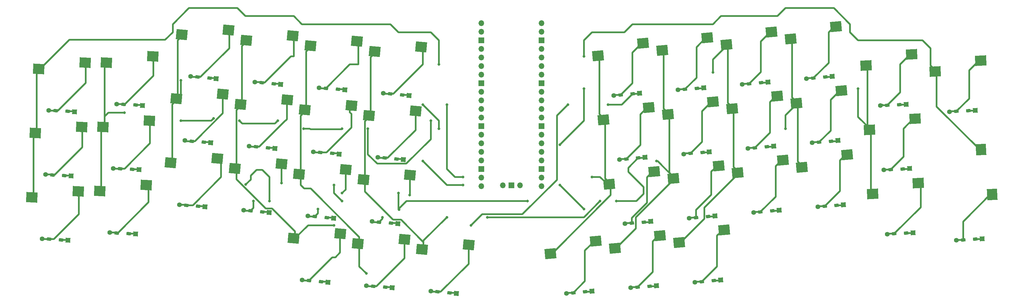
<source format=gbr>
G04 #@! TF.GenerationSoftware,KiCad,Pcbnew,8.0.3*
G04 #@! TF.CreationDate,2024-08-04T13:44:25+09:00*
G04 #@! TF.ProjectId,first_keyboard,66697273-745f-46b6-9579-626f6172642e,rev?*
G04 #@! TF.SameCoordinates,Original*
G04 #@! TF.FileFunction,Copper,L2,Bot*
G04 #@! TF.FilePolarity,Positive*
%FSLAX46Y46*%
G04 Gerber Fmt 4.6, Leading zero omitted, Abs format (unit mm)*
G04 Created by KiCad (PCBNEW 8.0.3) date 2024-08-04 13:44:25*
%MOMM*%
%LPD*%
G01*
G04 APERTURE LIST*
G04 Aperture macros list*
%AMRotRect*
0 Rectangle, with rotation*
0 The origin of the aperture is its center*
0 $1 length*
0 $2 width*
0 $3 Rotation angle, in degrees counterclockwise*
0 Add horizontal line*
21,1,$1,$2,0,0,$3*%
G04 Aperture macros list end*
G04 #@! TA.AperFunction,ComponentPad*
%ADD10RotRect,1.397000X1.397000X185.000000*%
G04 #@! TD*
G04 #@! TA.AperFunction,SMDPad,CuDef*
%ADD11RotRect,1.300000X0.950000X185.000000*%
G04 #@! TD*
G04 #@! TA.AperFunction,ComponentPad*
%ADD12C,1.397000*%
G04 #@! TD*
G04 #@! TA.AperFunction,ComponentPad*
%ADD13RotRect,1.397000X1.397000X183.000000*%
G04 #@! TD*
G04 #@! TA.AperFunction,SMDPad,CuDef*
%ADD14RotRect,1.300000X0.950000X183.000000*%
G04 #@! TD*
G04 #@! TA.AperFunction,ComponentPad*
%ADD15RotRect,1.397000X1.397000X177.000000*%
G04 #@! TD*
G04 #@! TA.AperFunction,SMDPad,CuDef*
%ADD16RotRect,1.300000X0.950000X177.000000*%
G04 #@! TD*
G04 #@! TA.AperFunction,ComponentPad*
%ADD17RotRect,1.397000X1.397000X175.000000*%
G04 #@! TD*
G04 #@! TA.AperFunction,SMDPad,CuDef*
%ADD18RotRect,1.300000X0.950000X175.000000*%
G04 #@! TD*
G04 #@! TA.AperFunction,SMDPad,CuDef*
%ADD19RotRect,3.300000X3.000000X175.000000*%
G04 #@! TD*
G04 #@! TA.AperFunction,SMDPad,CuDef*
%ADD20RotRect,3.300000X3.000000X185.000000*%
G04 #@! TD*
G04 #@! TA.AperFunction,SMDPad,CuDef*
%ADD21RotRect,3.300000X3.000000X183.000000*%
G04 #@! TD*
G04 #@! TA.AperFunction,SMDPad,CuDef*
%ADD22RotRect,3.300000X3.000000X177.000000*%
G04 #@! TD*
G04 #@! TA.AperFunction,SMDPad,CuDef*
%ADD23RotRect,3.300000X3.000000X93.000000*%
G04 #@! TD*
G04 #@! TA.AperFunction,ComponentPad*
%ADD24O,1.700000X1.700000*%
G04 #@! TD*
G04 #@! TA.AperFunction,ComponentPad*
%ADD25R,1.700000X1.700000*%
G04 #@! TD*
G04 #@! TA.AperFunction,ViaPad*
%ADD26C,0.800000*%
G04 #@! TD*
G04 #@! TA.AperFunction,Conductor*
%ADD27C,0.500000*%
G04 #@! TD*
G04 APERTURE END LIST*
D10*
X255456745Y-177472751D03*
D11*
X253429489Y-177650115D03*
X249892997Y-177959517D03*
D12*
X247865741Y-178136881D03*
D13*
X351303278Y-144569738D03*
D14*
X349271067Y-144676245D03*
X345725933Y-144862035D03*
D12*
X343693722Y-144968542D03*
D10*
X271113621Y-137857416D03*
D11*
X269086365Y-138034780D03*
X265549873Y-138344182D03*
D12*
X263522617Y-138521546D03*
D15*
X103318780Y-181161302D03*
D16*
X101286569Y-181054796D03*
X97741435Y-180869004D03*
D12*
X95709224Y-180762498D03*
D10*
X312389272Y-172491800D03*
D11*
X310362016Y-172669164D03*
X306825524Y-172978566D03*
D12*
X304798268Y-173155930D03*
D17*
X160121436Y-195454073D03*
D18*
X158094180Y-195276709D03*
X154557688Y-194967307D03*
D12*
X152530432Y-194789943D03*
D19*
X135962744Y-123820914D03*
X149732368Y-122475898D03*
X116985235Y-122160598D03*
X130754859Y-120815582D03*
D10*
X291751447Y-155174608D03*
D11*
X289724191Y-155351972D03*
X286187699Y-155661374D03*
D12*
X284160443Y-155838738D03*
D20*
X225867378Y-187033013D03*
X239194250Y-183317360D03*
D10*
X274434254Y-175812434D03*
D11*
X272406998Y-175989798D03*
X268870506Y-176299200D03*
D12*
X266843250Y-176476564D03*
D15*
X85306277Y-144968541D03*
D16*
X83274066Y-144862034D03*
X79728932Y-144676244D03*
D12*
X77696721Y-144569737D03*
D17*
X123826735Y-173155930D03*
D18*
X121799479Y-172978566D03*
X118262987Y-172669164D03*
D12*
X116235731Y-172491800D03*
D20*
X243184570Y-166395187D03*
X256511442Y-162679534D03*
D17*
X180759262Y-178136881D03*
D18*
X178732006Y-177959517D03*
X175195514Y-177650115D03*
D12*
X173168258Y-177472751D03*
D13*
X330921779Y-142777540D03*
D14*
X328889568Y-142884046D03*
X325344434Y-143069838D03*
D12*
X323312223Y-143176344D03*
D10*
X252136112Y-139517733D03*
D11*
X250108856Y-139695097D03*
X246572364Y-140004499D03*
D12*
X244545108Y-140181863D03*
D21*
X339425183Y-133070627D03*
X352873610Y-129822344D03*
D13*
X331918779Y-161801432D03*
D14*
X329886568Y-161907938D03*
X326341434Y-162093730D03*
D12*
X324309223Y-162200236D03*
D17*
X184079895Y-140181863D03*
D18*
X182052639Y-140004499D03*
X178516147Y-139695097D03*
D12*
X176488891Y-139517733D03*
D22*
X73698236Y-151314722D03*
X87412530Y-149489971D03*
D15*
X84309277Y-163992433D03*
D16*
X82277066Y-163885926D03*
X78731932Y-163700136D03*
D12*
X76699721Y-163593629D03*
D19*
X153279936Y-144458741D03*
X167049560Y-143113725D03*
D17*
X144464560Y-155838738D03*
D18*
X142437304Y-155661374D03*
X138900812Y-155351972D03*
D12*
X136873556Y-155174608D03*
D15*
X105312780Y-143113516D03*
D16*
X103280569Y-143007010D03*
X99735435Y-142821218D03*
D12*
X97703224Y-142714712D03*
D22*
X93704739Y-149459694D03*
X107419033Y-147634944D03*
D20*
X244844888Y-185372697D03*
X258171760Y-181657044D03*
D17*
X142804244Y-174816247D03*
D18*
X140776988Y-174638883D03*
X137240496Y-174329481D03*
D12*
X135213240Y-174152117D03*
D10*
X293411763Y-174152117D03*
D11*
X291384507Y-174329481D03*
X287848015Y-174638883D03*
D12*
X285820759Y-174816247D03*
D21*
X321037683Y-169326213D03*
X334486110Y-166077930D03*
D20*
X258841445Y-126779854D03*
X272168317Y-123064201D03*
X277818955Y-125119536D03*
X291145827Y-121403883D03*
D19*
X132642111Y-161775933D03*
X146411735Y-160430917D03*
D15*
X104315780Y-162137409D03*
D16*
X102283569Y-162030903D03*
X98738435Y-161845111D03*
D12*
X96706224Y-161738605D03*
D17*
X198076454Y-198774707D03*
D18*
X196049198Y-198597343D03*
X192512706Y-198287941D03*
D12*
X190485450Y-198110577D03*
D13*
X353297276Y-182617522D03*
D14*
X351265065Y-182724029D03*
X347719931Y-182909819D03*
D12*
X345687720Y-183016326D03*
D10*
X257117062Y-196450260D03*
D11*
X255089806Y-196627624D03*
X251553314Y-196937026D03*
D12*
X249526058Y-197114390D03*
D20*
X296796464Y-123459219D03*
X310123336Y-119743566D03*
D19*
X134302427Y-142798425D03*
X148072051Y-141453409D03*
D23*
X353022719Y-156145615D03*
X356265773Y-169494181D03*
D10*
X309068639Y-134536782D03*
D11*
X307041383Y-134714146D03*
X303504891Y-135023548D03*
D12*
X301477635Y-135200912D03*
D19*
X187914320Y-185734394D03*
X201683944Y-184389378D03*
D10*
X290091130Y-136197099D03*
D11*
X288063874Y-136374463D03*
X284527382Y-136683865D03*
D12*
X282500126Y-136861229D03*
D20*
X239863936Y-128440170D03*
X253190808Y-124724517D03*
D10*
X253796429Y-158495242D03*
D11*
X251769173Y-158672606D03*
X248232681Y-158982008D03*
D12*
X246205425Y-159159372D03*
D17*
X161781753Y-176476564D03*
D18*
X159754497Y-176299200D03*
X156218005Y-175989798D03*
D12*
X154190749Y-175812434D03*
D20*
X300117097Y-161414237D03*
X313443969Y-157698584D03*
D21*
X320040682Y-150302322D03*
X333489109Y-147054039D03*
D10*
X310728956Y-153514291D03*
D11*
X308701700Y-153691655D03*
X305165208Y-154001057D03*
D12*
X303137952Y-154178421D03*
D10*
X238139553Y-198110577D03*
D11*
X236112297Y-198287941D03*
X232575805Y-198597343D03*
D12*
X230548549Y-198774707D03*
D22*
X72701235Y-170338614D03*
X86415529Y-168513863D03*
D17*
X146124877Y-136861229D03*
D18*
X144097621Y-136683865D03*
X140561129Y-136374463D03*
D12*
X138533873Y-136197099D03*
D20*
X260501763Y-145757361D03*
X273828635Y-142041708D03*
D13*
X332915779Y-180825325D03*
D14*
X330883568Y-180931831D03*
X327338434Y-181117623D03*
D12*
X325306223Y-181224129D03*
D22*
X94701737Y-130435801D03*
X108416031Y-128611051D03*
D20*
X281139590Y-163074554D03*
X294466462Y-159358901D03*
X279479271Y-144097047D03*
X292806143Y-140381394D03*
D17*
X163442069Y-157499055D03*
D18*
X161414813Y-157321691D03*
X157878321Y-157012289D03*
D12*
X155851065Y-156834925D03*
D20*
X262162082Y-164734871D03*
X275488954Y-161019218D03*
D19*
X173917762Y-127141549D03*
X187687386Y-125796533D03*
D21*
X319043684Y-131278429D03*
X332492111Y-128030146D03*
D17*
X182419578Y-159159372D03*
D18*
X180392322Y-158982008D03*
X176855830Y-158672606D03*
D12*
X174828574Y-158495242D03*
D15*
X83312277Y-183016327D03*
D16*
X81280066Y-182909820D03*
X77734932Y-182724030D03*
D12*
X75702721Y-182617523D03*
D17*
X125487051Y-154178421D03*
D18*
X123459795Y-154001057D03*
X119923303Y-153691655D03*
D12*
X117896047Y-153514291D03*
D19*
X151619618Y-163436248D03*
X165389242Y-162091232D03*
D20*
X263822398Y-183712380D03*
X277149270Y-179996727D03*
D22*
X74695237Y-132290827D03*
X88409531Y-130466076D03*
D19*
X115324919Y-141138107D03*
X129094543Y-139793091D03*
D20*
X298456781Y-142436728D03*
X311783653Y-138721075D03*
X241524253Y-147417677D03*
X254851125Y-143702024D03*
D19*
X170597128Y-165096566D03*
X184366752Y-163751550D03*
D17*
X127147368Y-135200912D03*
D18*
X125120112Y-135023548D03*
X121583620Y-134714146D03*
D12*
X119556364Y-134536782D03*
D17*
X165102386Y-138521546D03*
D18*
X163075130Y-138344182D03*
X159538638Y-138034780D03*
D12*
X157511382Y-137857416D03*
D22*
X92707737Y-168483583D03*
X106422031Y-166658833D03*
D19*
X149959303Y-182413759D03*
X163728927Y-181068743D03*
X154940254Y-125481232D03*
X168709878Y-124136216D03*
D10*
X272773938Y-156834925D03*
D11*
X270746682Y-157012289D03*
X267210190Y-157321691D03*
D12*
X265182934Y-157499055D03*
D17*
X179098945Y-197114390D03*
D18*
X177071689Y-196937026D03*
X173535197Y-196627624D03*
D12*
X171507941Y-196450260D03*
D19*
X172257446Y-146119059D03*
X186027070Y-144774043D03*
D10*
X276094571Y-194789943D03*
D11*
X274067315Y-194967307D03*
X270530823Y-195276709D03*
D12*
X268503567Y-195454073D03*
D19*
X113664602Y-160115616D03*
X127434226Y-158770600D03*
X168936812Y-184074075D03*
X182706436Y-182729059D03*
D24*
X205422500Y-118745000D03*
X205422500Y-121285000D03*
D25*
X205422500Y-123825000D03*
D24*
X205422500Y-126365000D03*
X205422500Y-128905000D03*
X205422500Y-131445000D03*
X205422500Y-133985000D03*
D25*
X205422500Y-136525000D03*
D24*
X205422500Y-139065000D03*
X205422500Y-141605000D03*
X205422500Y-144145000D03*
X205422500Y-146685000D03*
D25*
X205422500Y-149225000D03*
D24*
X205422500Y-151765000D03*
X205422500Y-154305000D03*
X205422500Y-156845000D03*
X205422500Y-159385000D03*
D25*
X205422500Y-161925000D03*
D24*
X205422500Y-164465000D03*
X205422500Y-167005000D03*
X223202500Y-167005000D03*
X223202500Y-164465000D03*
D25*
X223202500Y-161925000D03*
D24*
X223202500Y-159385000D03*
X223202500Y-156845000D03*
X223202500Y-154305000D03*
X223202500Y-151765000D03*
D25*
X223202500Y-149225000D03*
D24*
X223202500Y-146685000D03*
X223202500Y-144145000D03*
X223202500Y-141605000D03*
X223202500Y-139065000D03*
D25*
X223202500Y-136525000D03*
D24*
X223202500Y-133985000D03*
X223202500Y-131445000D03*
X223202500Y-128905000D03*
X223202500Y-126365000D03*
D25*
X223202500Y-123825000D03*
D24*
X223202500Y-121285000D03*
X223202500Y-118745000D03*
X211772500Y-166775000D03*
D25*
X214312500Y-166775000D03*
D24*
X216852500Y-166775000D03*
D26*
X195262500Y-142875000D03*
X242887500Y-142875000D03*
X230981250Y-142875000D03*
X200025000Y-164306250D03*
X202406250Y-178593750D03*
X188118750Y-159543750D03*
X207168750Y-176212500D03*
X200025000Y-166687500D03*
X240506250Y-171450000D03*
X245268750Y-171450000D03*
X181115089Y-173971339D03*
X180975000Y-169068750D03*
X219075000Y-171450000D03*
X161925000Y-166687500D03*
X135862534Y-166556216D03*
X164306250Y-171450000D03*
X142875000Y-171450000D03*
X235743750Y-173831250D03*
X228600000Y-166687500D03*
X138112500Y-171450000D03*
X146423971Y-166069604D03*
X164306250Y-169068750D03*
X157162500Y-173831250D03*
X176212500Y-176212500D03*
X184258293Y-169626053D03*
X192881250Y-130968750D03*
X152917906Y-150018750D03*
X116681250Y-147637500D03*
X164306250Y-150018750D03*
X190500000Y-147637500D03*
X145314560Y-147637500D03*
X133940399Y-147637500D03*
X126337050Y-146964916D03*
X100012500Y-145256250D03*
X171895416Y-150018750D03*
X192881250Y-150018750D03*
X116681250Y-135731250D03*
X188118750Y-142875000D03*
X161925000Y-178593750D03*
X171450000Y-192881250D03*
X195262500Y-176212500D03*
X238125000Y-164306250D03*
X257175000Y-159543750D03*
X228600000Y-154781250D03*
X235743750Y-138112500D03*
X273843750Y-133350000D03*
X295275000Y-150018750D03*
X316706250Y-138112500D03*
X235743750Y-128587500D03*
D27*
X79728932Y-144676244D02*
X77803228Y-144676244D01*
X88573039Y-136483029D02*
X80379824Y-144676244D01*
X87960148Y-130442525D02*
X88573039Y-131055416D01*
X88573039Y-131055416D02*
X88573039Y-136483029D01*
X80379824Y-144676244D02*
X79728932Y-144676244D01*
X77803228Y-144676244D02*
X77696721Y-144569737D01*
X288063874Y-136374463D02*
X289913766Y-136374463D01*
X251958748Y-139695097D02*
X252136112Y-139517733D01*
X145947513Y-136683865D02*
X146124877Y-136861229D01*
X307041383Y-134714146D02*
X308891275Y-134714146D01*
X289913766Y-136374463D02*
X290091130Y-136197099D01*
X246928953Y-142875000D02*
X242887500Y-142875000D01*
X217543750Y-175362500D02*
X227750000Y-165156250D01*
X269086365Y-138034780D02*
X270936257Y-138034780D01*
X202406250Y-178593750D02*
X205637500Y-175362500D01*
X105206274Y-143007010D02*
X105312780Y-143113516D01*
X351196771Y-144676245D02*
X351303278Y-144569738D01*
X126970004Y-135023548D02*
X127147368Y-135200912D01*
X330815273Y-142884046D02*
X330921779Y-142777540D01*
X197643750Y-164306250D02*
X200025000Y-164306250D01*
X270936257Y-138034780D02*
X271113621Y-137857416D01*
X227750000Y-146106250D02*
X230981250Y-142875000D01*
X182052639Y-140004499D02*
X183902531Y-140004499D01*
X308891275Y-134714146D02*
X309068639Y-134536782D01*
X183902531Y-140004499D02*
X184079895Y-140181863D01*
X227750000Y-165156250D02*
X227750000Y-146106250D01*
X250108856Y-139695097D02*
X251958748Y-139695097D01*
X103280569Y-143007010D02*
X105206274Y-143007010D01*
X164925022Y-138344182D02*
X165102386Y-138521546D01*
X85199770Y-144862034D02*
X85306277Y-144968541D01*
X195262500Y-161925000D02*
X197643750Y-164306250D01*
X250108856Y-139695097D02*
X246928953Y-142875000D01*
X205637500Y-175362500D02*
X217543750Y-175362500D01*
X328889568Y-142884046D02*
X330815273Y-142884046D01*
X195262500Y-142875000D02*
X195262500Y-161925000D01*
X125120112Y-135023548D02*
X126970004Y-135023548D01*
X83274066Y-144862034D02*
X85199770Y-144862034D01*
X349271067Y-144676245D02*
X351196771Y-144676245D01*
X144097621Y-136683865D02*
X145947513Y-136683865D01*
X163075130Y-138344182D02*
X164925022Y-138344182D01*
X79276317Y-163593629D02*
X76699721Y-163593629D01*
X79382824Y-163700136D02*
X78731932Y-163700136D01*
X86963147Y-149466420D02*
X87576038Y-150079311D01*
X87576038Y-150079311D02*
X87576038Y-155506922D01*
X79382824Y-163700136D02*
X79276317Y-163593629D01*
X87576038Y-155506922D02*
X79382824Y-163700136D01*
X251769173Y-158672606D02*
X248842337Y-161599442D01*
X188118750Y-159543750D02*
X195262500Y-166687500D01*
X182242214Y-158982008D02*
X182419578Y-159159372D01*
X142437304Y-155661374D02*
X144287196Y-155661374D01*
X308701700Y-153691655D02*
X310551592Y-153691655D01*
X251232676Y-171450000D02*
X245268750Y-171450000D01*
X180392322Y-158982008D02*
X182242214Y-158982008D01*
X163264705Y-157321691D02*
X163442069Y-157499055D01*
X161414813Y-157321691D02*
X163264705Y-157321691D01*
X123459795Y-154001057D02*
X125309687Y-154001057D01*
X331812273Y-161907938D02*
X331918779Y-161801432D01*
X253619065Y-158672606D02*
X253796429Y-158495242D01*
X351265065Y-182724029D02*
X353190769Y-182724029D01*
X248842337Y-161599442D02*
X248842337Y-162791779D01*
X195262500Y-166687500D02*
X200025000Y-166687500D01*
X291574083Y-155351972D02*
X291751447Y-155174608D01*
X84202770Y-163885926D02*
X84309277Y-163992433D01*
X270746682Y-157012289D02*
X272596574Y-157012289D01*
X104209274Y-162030903D02*
X104315780Y-162137409D01*
X253331083Y-169351593D02*
X251232676Y-171450000D01*
X82277066Y-163885926D02*
X84202770Y-163885926D01*
X253331083Y-167280525D02*
X253331083Y-169351593D01*
X353190769Y-182724029D02*
X353297276Y-182617522D01*
X102283569Y-162030903D02*
X104209274Y-162030903D01*
X144287196Y-155661374D02*
X144464560Y-155838738D01*
X289724191Y-155351972D02*
X291574083Y-155351972D01*
X272596574Y-157012289D02*
X272773938Y-156834925D01*
X240506250Y-171450000D02*
X235743750Y-176212500D01*
X235743750Y-176212500D02*
X207168750Y-176212500D01*
X125309687Y-154001057D02*
X125487051Y-154178421D01*
X329886568Y-161907938D02*
X331812273Y-161907938D01*
X310551592Y-153691655D02*
X310728956Y-153514291D01*
X251769173Y-158672606D02*
X253619065Y-158672606D01*
X248842337Y-162791779D02*
X253331083Y-167280525D01*
X86579037Y-169103203D02*
X86579037Y-175358463D01*
X75809228Y-182724030D02*
X75702721Y-182617523D01*
X77734932Y-182724030D02*
X75809228Y-182724030D01*
X85966146Y-168490312D02*
X86579037Y-169103203D01*
X79213470Y-182724030D02*
X77734932Y-182724030D01*
X86579037Y-175358463D02*
X79213470Y-182724030D01*
X274256890Y-175989798D02*
X274434254Y-175812434D01*
X123649371Y-172978566D02*
X123826735Y-173155930D01*
X121799479Y-172978566D02*
X123649371Y-172978566D01*
X178732006Y-177959517D02*
X180581898Y-177959517D01*
X161604389Y-176299200D02*
X161781753Y-176476564D01*
X291384507Y-174329481D02*
X293234399Y-174329481D01*
X312211908Y-172669164D02*
X312389272Y-172491800D01*
X255279381Y-177650115D02*
X255456745Y-177472751D01*
X135862534Y-166556216D02*
X137338900Y-165079850D01*
X180975000Y-171450000D02*
X180975000Y-173831250D01*
X142626880Y-174638883D02*
X142804244Y-174816247D01*
X180975000Y-173831250D02*
X183356250Y-171450000D01*
X161925000Y-166687500D02*
X161925000Y-169068750D01*
X103212274Y-181054796D02*
X103318780Y-181161302D01*
X139070097Y-162156133D02*
X140724883Y-162156133D01*
X332809273Y-180931831D02*
X332915779Y-180825325D01*
X293234399Y-174329481D02*
X293411763Y-174152117D01*
X101286569Y-181054796D02*
X103212274Y-181054796D01*
X253429489Y-177650115D02*
X255279381Y-177650115D01*
X159754497Y-176299200D02*
X161604389Y-176299200D01*
X228600000Y-166687500D02*
X235743750Y-173831250D01*
X83205770Y-182909820D02*
X83312277Y-183016327D01*
X142875000Y-164306250D02*
X142875000Y-171450000D01*
X180581898Y-177959517D02*
X180759262Y-178136881D01*
X161925000Y-169068750D02*
X164306250Y-171450000D01*
X137338900Y-165079850D02*
X137338900Y-163887330D01*
X140724883Y-162156133D02*
X142875000Y-164306250D01*
X140776988Y-174638883D02*
X142626880Y-174638883D01*
X310362016Y-172669164D02*
X312211908Y-172669164D01*
X180975000Y-169068750D02*
X180975000Y-171450000D01*
X272406998Y-175989798D02*
X274256890Y-175989798D01*
X330883568Y-180931831D02*
X332809273Y-180931831D01*
X137338900Y-163887330D02*
X139070097Y-162156133D01*
X81280066Y-182909820D02*
X83205770Y-182909820D01*
X180975000Y-173831250D02*
X181115089Y-173971339D01*
X183356250Y-171450000D02*
X219075000Y-171450000D01*
X108579538Y-129200390D02*
X108579538Y-134307962D01*
X100066282Y-142821218D02*
X99735435Y-142821218D01*
X108579538Y-134307962D02*
X100066282Y-142821218D01*
X107966648Y-128587500D02*
X108579538Y-129200390D01*
X100066282Y-142821218D02*
X99959776Y-142714712D01*
X99959776Y-142714712D02*
X97703224Y-142714712D01*
X255089806Y-196627624D02*
X256939698Y-196627624D01*
X274067315Y-194967307D02*
X275917207Y-194967307D01*
X197899090Y-198597343D02*
X198076454Y-198774707D01*
X237962189Y-198287941D02*
X238139553Y-198110577D01*
X275917207Y-194967307D02*
X276094571Y-194789943D01*
X178921581Y-196937026D02*
X179098945Y-197114390D01*
X158094180Y-195276709D02*
X159944072Y-195276709D01*
X256939698Y-196627624D02*
X257117062Y-196450260D01*
X177071689Y-196937026D02*
X178921581Y-196937026D01*
X236112297Y-198287941D02*
X237962189Y-198287941D01*
X159944072Y-195276709D02*
X160121436Y-195454073D01*
X196049198Y-198597343D02*
X197899090Y-198597343D01*
X107582540Y-148224283D02*
X107582540Y-154354960D01*
X107582540Y-154354960D02*
X100092389Y-161845111D01*
X98738435Y-161845111D02*
X96812730Y-161845111D01*
X96812730Y-161845111D02*
X96706224Y-161738605D01*
X100092389Y-161845111D02*
X98738435Y-161845111D01*
X106969650Y-147611393D02*
X107582540Y-148224283D01*
X105972648Y-166635282D02*
X107156250Y-167818884D01*
X97634929Y-180762498D02*
X97741435Y-180869004D01*
X107156250Y-171766425D02*
X98053671Y-180869004D01*
X107156250Y-167818884D02*
X107156250Y-171766425D01*
X98053671Y-180869004D02*
X97741435Y-180869004D01*
X95709224Y-180762498D02*
X97634929Y-180762498D01*
X121583620Y-134714146D02*
X119733728Y-134714146D01*
X130968750Y-126218105D02*
X122472709Y-134714146D01*
X130306571Y-120776362D02*
X130306571Y-120781571D01*
X130306571Y-120781571D02*
X130968750Y-121443750D01*
X119733728Y-134714146D02*
X119556364Y-134536782D01*
X130968750Y-121443750D02*
X130968750Y-126218105D01*
X122472709Y-134714146D02*
X121583620Y-134714146D01*
X118073411Y-153691655D02*
X117896047Y-153514291D01*
X120812393Y-153691655D02*
X119923303Y-153691655D01*
X119923303Y-153691655D02*
X118073411Y-153691655D01*
X128646255Y-139753871D02*
X129082377Y-140189993D01*
X129082377Y-140189993D02*
X129082377Y-145421671D01*
X129082377Y-145421671D02*
X120812393Y-153691655D01*
X128587500Y-160332942D02*
X128587500Y-164306250D01*
X116235731Y-172491800D02*
X118085623Y-172491800D01*
X118085623Y-172491800D02*
X118262987Y-172669164D01*
X128587500Y-164306250D02*
X120224586Y-172669164D01*
X126985938Y-158731380D02*
X128587500Y-160332942D01*
X126985938Y-158731380D02*
X127775130Y-158731380D01*
X120224586Y-172669164D02*
X118262987Y-172669164D01*
X127775130Y-158731380D02*
X128587500Y-159543750D01*
X141450217Y-136374463D02*
X140561129Y-136374463D01*
X149284080Y-122436678D02*
X150018750Y-123171348D01*
X140383765Y-136197099D02*
X140561129Y-136374463D01*
X149237180Y-128587500D02*
X141450217Y-136374463D01*
X138533873Y-136197099D02*
X140383765Y-136197099D01*
X150018750Y-123171348D02*
X150018750Y-128587500D01*
X150018750Y-128587500D02*
X149237180Y-128587500D01*
X137050920Y-155351972D02*
X136873556Y-155174608D01*
X147504374Y-147637500D02*
X139789902Y-155351972D01*
X147623763Y-141414189D02*
X148059885Y-141850311D01*
X147637500Y-147637500D02*
X147504374Y-147637500D01*
X148059885Y-147215115D02*
X147637500Y-147637500D01*
X148059885Y-141850311D02*
X148059885Y-147215115D01*
X138900812Y-155351972D02*
X137050920Y-155351972D01*
X139789902Y-155351972D02*
X138900812Y-155351972D01*
X135390604Y-174329481D02*
X135213240Y-174152117D01*
X146399569Y-166059497D02*
X146409676Y-166069604D01*
X137240496Y-174329481D02*
X135390604Y-174329481D01*
X138112500Y-171450000D02*
X138112500Y-173457477D01*
X145963447Y-160250947D02*
X146399569Y-160687069D01*
X146409676Y-166069604D02*
X146423971Y-166069604D01*
X145963447Y-160391697D02*
X145963447Y-160250947D01*
X146399569Y-160687069D02*
X146399569Y-166059497D01*
X138112500Y-173457477D02*
X137240496Y-174329481D01*
X154557688Y-194967307D02*
X152707796Y-194967307D01*
X161406245Y-188118750D02*
X154557688Y-194967307D01*
X163716761Y-186697323D02*
X162295334Y-188118750D01*
X163280639Y-181029523D02*
X164306250Y-182055134D01*
X152707796Y-194967307D02*
X152530432Y-194789943D01*
X162295334Y-188118750D02*
X161406245Y-188118750D01*
X163280639Y-181029523D02*
X163716761Y-181465645D01*
X163716761Y-181465645D02*
X163716761Y-186697323D01*
X168796754Y-124096996D02*
X169068750Y-123825000D01*
X159538638Y-138034780D02*
X157688746Y-138034780D01*
X157688746Y-138034780D02*
X157511382Y-137857416D01*
X168261590Y-124096996D02*
X168796754Y-124096996D01*
X169068750Y-130968750D02*
X166604668Y-130968750D01*
X166604668Y-130968750D02*
X159538638Y-138034780D01*
X169068750Y-123825000D02*
X169068750Y-130968750D01*
X157878321Y-157012289D02*
X156028429Y-157012289D01*
X167037394Y-149668856D02*
X159693961Y-157012289D01*
X167037394Y-145606144D02*
X167037394Y-149668856D01*
X156028429Y-157012289D02*
X155851065Y-156834925D01*
X166601272Y-143074505D02*
X166601272Y-145170022D01*
X166601272Y-145170022D02*
X167037394Y-145606144D01*
X159693961Y-157012289D02*
X157878321Y-157012289D01*
X154368113Y-175989798D02*
X154190749Y-175812434D01*
X165377076Y-167997924D02*
X164306250Y-169068750D01*
X164940954Y-162052012D02*
X165377076Y-162488134D01*
X165377076Y-162488134D02*
X165377076Y-167997924D01*
X156218005Y-175989798D02*
X154368113Y-175989798D01*
X157162500Y-173831250D02*
X157162500Y-175045303D01*
X157162500Y-175045303D02*
X156218005Y-175989798D01*
X173535197Y-196627624D02*
X171685305Y-196627624D01*
X171685305Y-196627624D02*
X171507941Y-196450260D01*
X182258148Y-182689839D02*
X182694270Y-183125961D01*
X174424285Y-196627624D02*
X173535197Y-196627624D01*
X182694270Y-183125961D02*
X182694270Y-188357639D01*
X182694270Y-188357639D02*
X174424285Y-196627624D01*
X187239098Y-125757313D02*
X188118750Y-126636965D01*
X188118750Y-126636965D02*
X188118750Y-130981583D01*
X178516147Y-139695097D02*
X176666255Y-139695097D01*
X179405236Y-139695097D02*
X178516147Y-139695097D01*
X176666255Y-139695097D02*
X176488891Y-139517733D01*
X188118750Y-130981583D02*
X179405236Y-139695097D01*
X186014904Y-150402623D02*
X177744921Y-158672606D01*
X175005938Y-158672606D02*
X174828574Y-158495242D01*
X177744921Y-158672606D02*
X176855830Y-158672606D01*
X186014904Y-145170945D02*
X186014904Y-150402623D01*
X185578782Y-144734823D02*
X186014904Y-145170945D01*
X176855830Y-158672606D02*
X175005938Y-158672606D01*
X184354586Y-164148452D02*
X184354586Y-169529760D01*
X183918464Y-163712330D02*
X184354586Y-164148452D01*
X173345622Y-177650115D02*
X173168258Y-177472751D01*
X176212500Y-176633129D02*
X175195514Y-177650115D01*
X184354586Y-169529760D02*
X184258293Y-169626053D01*
X175195514Y-177650115D02*
X173345622Y-177650115D01*
X176212500Y-176212500D02*
X176212500Y-176633129D01*
X193401795Y-198287941D02*
X192512706Y-198287941D01*
X192512706Y-198287941D02*
X190662814Y-198287941D01*
X190662814Y-198287941D02*
X190485450Y-198110577D01*
X201671778Y-184786280D02*
X201671778Y-190017958D01*
X201671778Y-190017958D02*
X193401795Y-198287941D01*
X201235656Y-184350158D02*
X201671778Y-184786280D01*
X250010449Y-136566414D02*
X246572364Y-140004499D01*
X252742520Y-124763737D02*
X252742520Y-124155020D01*
X246572364Y-140004499D02*
X244722472Y-140004499D01*
X252742520Y-124155020D02*
X252412500Y-123825000D01*
X250010449Y-127495808D02*
X250010449Y-136566414D01*
X244722472Y-140004499D02*
X244545108Y-140181863D01*
X252742520Y-124763737D02*
X250010449Y-127495808D01*
X252412500Y-145731581D02*
X252412500Y-154802189D01*
X248232681Y-158982008D02*
X246382789Y-158982008D01*
X252412500Y-154802189D02*
X248232681Y-158982008D01*
X246382789Y-158982008D02*
X246205425Y-159159372D01*
X254402837Y-143741244D02*
X252412500Y-145731581D01*
X254391752Y-171924319D02*
X249892997Y-176423074D01*
X249892997Y-177959517D02*
X248043105Y-177959517D01*
X249892997Y-176423074D02*
X249892997Y-177959517D01*
X254391752Y-164390156D02*
X254391752Y-171924319D01*
X256063154Y-162718754D02*
X254391752Y-164390156D01*
X248043105Y-177959517D02*
X247865741Y-178136881D01*
X230725913Y-198597343D02*
X230548549Y-198774707D01*
X238745962Y-183356580D02*
X236013891Y-186088651D01*
X232575805Y-198597343D02*
X230725913Y-198597343D01*
X236013891Y-186088651D02*
X236013891Y-195159257D01*
X236013891Y-195159257D02*
X232575805Y-198597343D01*
X271720029Y-123103421D02*
X268987958Y-125835492D01*
X268987958Y-125835492D02*
X268987958Y-134906097D01*
X265549873Y-138344182D02*
X263699981Y-138344182D01*
X268987958Y-134906097D02*
X265549873Y-138344182D01*
X263699981Y-138344182D02*
X263522617Y-138521546D01*
X265360298Y-157321691D02*
X265182934Y-157499055D01*
X270648276Y-144812999D02*
X270648276Y-153883605D01*
X270648276Y-153883605D02*
X267210190Y-157321691D01*
X267210190Y-157321691D02*
X265360298Y-157321691D01*
X273380347Y-142080928D02*
X270648276Y-144812999D01*
X268870506Y-174041994D02*
X268870506Y-176299200D01*
X268870506Y-176299200D02*
X267020614Y-176299200D01*
X273369264Y-169543236D02*
X268870506Y-174041994D01*
X273369264Y-162729840D02*
X273369264Y-169543236D01*
X267020614Y-176299200D02*
X266843250Y-176476564D01*
X275040666Y-161058438D02*
X273369264Y-162729840D01*
X257723472Y-181696264D02*
X256052070Y-183367666D01*
X256052070Y-183367666D02*
X256052070Y-192438270D01*
X256052070Y-192438270D02*
X251553314Y-196937026D01*
X251553314Y-196937026D02*
X249703422Y-196937026D01*
X249703422Y-196937026D02*
X249526058Y-197114390D01*
X282677490Y-136683865D02*
X282500126Y-136861229D01*
X287965468Y-133245779D02*
X284527382Y-136683865D01*
X287965468Y-124175174D02*
X287965468Y-133245779D01*
X290697539Y-121443103D02*
X287965468Y-124175174D01*
X284527382Y-136683865D02*
X282677490Y-136683865D01*
X290686453Y-151162620D02*
X286187699Y-155661374D01*
X290686453Y-142092016D02*
X290686453Y-151162620D01*
X292357855Y-140420614D02*
X290686453Y-142092016D01*
X286187699Y-155661374D02*
X284337807Y-155661374D01*
X284337807Y-155661374D02*
X284160443Y-155838738D01*
X287848015Y-174638883D02*
X285998123Y-174638883D01*
X294018174Y-159398121D02*
X292346772Y-161069523D01*
X292346772Y-170140126D02*
X287848015Y-174638883D01*
X285998123Y-174638883D02*
X285820759Y-174816247D01*
X292346772Y-161069523D02*
X292346772Y-170140126D01*
X268680931Y-195276709D02*
X268503567Y-195454073D01*
X276700982Y-180035947D02*
X275029580Y-181707349D01*
X275029580Y-181707349D02*
X275029580Y-190777952D01*
X275029580Y-190777952D02*
X270530823Y-195276709D01*
X270530823Y-195276709D02*
X268680931Y-195276709D01*
X309675048Y-119782786D02*
X308003646Y-121454188D01*
X308003646Y-121454188D02*
X308003646Y-130524793D01*
X301654999Y-135023548D02*
X301477635Y-135200912D01*
X308003646Y-130524793D02*
X303504891Y-135023548D01*
X303504891Y-135023548D02*
X301654999Y-135023548D01*
X311335365Y-138720885D02*
X311943750Y-138112500D01*
X305165208Y-154001057D02*
X303315316Y-154001057D01*
X308603294Y-141491568D02*
X308603294Y-150562971D01*
X311943750Y-138112500D02*
X311943750Y-138151112D01*
X308603294Y-150562971D02*
X305165208Y-154001057D01*
X311335365Y-138760295D02*
X311335365Y-138720885D01*
X303315316Y-154001057D02*
X303137952Y-154178421D01*
X311943750Y-138151112D02*
X308603294Y-141491568D01*
X306825524Y-172978566D02*
X304975632Y-172978566D01*
X304975632Y-172978566D02*
X304798268Y-173155930D01*
X311324279Y-168479811D02*
X306825524Y-172978566D01*
X311324279Y-159409206D02*
X311324279Y-168479811D01*
X312995681Y-157737804D02*
X311324279Y-159409206D01*
X324044838Y-143069838D02*
X323850000Y-142875000D01*
X323850000Y-142875000D02*
X323548656Y-143176344D01*
X329131430Y-130964995D02*
X329131430Y-139282842D01*
X323548656Y-143176344D02*
X323312223Y-143176344D01*
X325344434Y-143069838D02*
X324044838Y-143069838D01*
X329131430Y-139282842D02*
X325344434Y-143069838D01*
X332042728Y-128053697D02*
X329131430Y-130964995D01*
X330115499Y-158319665D02*
X326341434Y-162093730D01*
X330115499Y-150001817D02*
X330115499Y-158319665D01*
X326341434Y-162093730D02*
X324415729Y-162093730D01*
X324415729Y-162093730D02*
X324309223Y-162200236D01*
X333039726Y-147077590D02*
X330115499Y-150001817D01*
X334036727Y-166101481D02*
X335185538Y-167250292D01*
X335185538Y-167250292D02*
X335185538Y-173270519D01*
X325412729Y-181117623D02*
X325306223Y-181224129D01*
X327338434Y-181117623D02*
X325412729Y-181117623D01*
X335185538Y-173270519D02*
X327338434Y-181117623D01*
X83761517Y-123697481D02*
X75144620Y-132314378D01*
X180975000Y-121443750D02*
X178593750Y-119062500D01*
X119062500Y-114300000D02*
X114300000Y-119062500D01*
X114300000Y-119062500D02*
X114300000Y-121443750D01*
X73150618Y-152335274D02*
X73150618Y-170362165D01*
X178593750Y-119062500D02*
X152400000Y-119062500D01*
X192881250Y-123825000D02*
X190500000Y-121443750D01*
X190500000Y-121443750D02*
X180975000Y-121443750D01*
X112046269Y-123697481D02*
X83761517Y-123697481D01*
X74147619Y-133311379D02*
X74147619Y-151338273D01*
X152400000Y-119062500D02*
X150018750Y-116681250D01*
X192881250Y-130968750D02*
X192881250Y-123825000D01*
X135731250Y-116681250D02*
X133350000Y-114300000D01*
X133350000Y-114300000D02*
X119062500Y-114300000D01*
X114300000Y-121443750D02*
X112046269Y-123697481D01*
X150018750Y-116681250D02*
X135731250Y-116681250D01*
X74147619Y-151338273D02*
X73150618Y-152335274D01*
X75144620Y-132314378D02*
X74147619Y-133311379D01*
X93157120Y-150480247D02*
X93157120Y-168507134D01*
X183240938Y-160366092D02*
X174653592Y-160366092D01*
X125664466Y-147637500D02*
X126337050Y-146964916D01*
X94154122Y-149483245D02*
X93157120Y-150480247D01*
X134820817Y-148517918D02*
X144434142Y-148517918D01*
X171895416Y-157607916D02*
X171895416Y-150018750D01*
X174653592Y-160366092D02*
X171895416Y-157607916D01*
X94154122Y-146352128D02*
X95250000Y-145256250D01*
X94154122Y-149483245D02*
X94154122Y-146352128D01*
X154940734Y-150178234D02*
X164146766Y-150178234D01*
X95151120Y-130459352D02*
X94154122Y-131456350D01*
X144434142Y-148517918D02*
X145314560Y-147637500D01*
X94154122Y-131456350D02*
X94154122Y-149483245D01*
X133940399Y-147637500D02*
X134820817Y-148517918D01*
X152917906Y-150018750D02*
X154781250Y-150018750D01*
X164146766Y-150178234D02*
X164306250Y-150018750D01*
X116681250Y-147637500D02*
X125664466Y-147637500D01*
X154781250Y-150018750D02*
X154940734Y-150178234D01*
X190500000Y-153107030D02*
X183240938Y-160366092D01*
X95250000Y-145256250D02*
X100012500Y-145256250D01*
X190500000Y-147637500D02*
X190500000Y-153107030D01*
X115773207Y-141177327D02*
X114112890Y-142837644D01*
X115773207Y-141177327D02*
X116681250Y-140269284D01*
X116681250Y-140269284D02*
X116681250Y-135731250D01*
X192881250Y-150018750D02*
X192881250Y-147637500D01*
X117433523Y-122199818D02*
X115773207Y-123860134D01*
X115773207Y-123860134D02*
X115773207Y-141177327D01*
X192881250Y-147637500D02*
X188118750Y-142875000D01*
X114112890Y-142837644D02*
X114112890Y-160154836D01*
X133090399Y-161815153D02*
X133090399Y-164986163D01*
X150407591Y-182452979D02*
X154266820Y-178593750D01*
X134750715Y-125520451D02*
X134750715Y-142837645D01*
X141713763Y-173609527D02*
X143625604Y-173609527D01*
X133090399Y-164986163D02*
X141713763Y-173609527D01*
X150407591Y-180391514D02*
X150407591Y-182452979D01*
X143625604Y-173609527D02*
X150407591Y-180391514D01*
X136411032Y-123860134D02*
X134750715Y-125520451D01*
X133090399Y-144497961D02*
X133090399Y-161815153D01*
X154266820Y-178593750D02*
X161925000Y-178593750D01*
X134750715Y-142837645D02*
X133090399Y-144497961D01*
X153728224Y-127180770D02*
X153728224Y-144497961D01*
X153728224Y-144497961D02*
X152067906Y-146158279D01*
X153134418Y-167712990D02*
X155046259Y-167712990D01*
X152067906Y-163475468D02*
X152067906Y-166646478D01*
X155388542Y-125520452D02*
X153728224Y-127180770D01*
X152067906Y-146158279D02*
X152067906Y-163475468D01*
X169385100Y-184113295D02*
X169385100Y-190816350D01*
X155046259Y-167712990D02*
X169385100Y-182051831D01*
X152067906Y-166646478D02*
X153134418Y-167712990D01*
X169385100Y-182051831D02*
X169385100Y-184113295D01*
X169385100Y-190816350D02*
X171450000Y-192881250D01*
X188362608Y-185773614D02*
X188362608Y-183112392D01*
X188154864Y-185773614D02*
X188118750Y-185737500D01*
X188362608Y-185773614D02*
X188154864Y-185773614D01*
X174366050Y-127180769D02*
X172705734Y-128841085D01*
X171045416Y-168664166D02*
X179311411Y-176930161D01*
X172705734Y-128841085D02*
X172705734Y-146158279D01*
X188362608Y-183112392D02*
X195262500Y-176212500D01*
X172705734Y-146158279D02*
X171045416Y-147818597D01*
X171045416Y-165135786D02*
X171045416Y-168664166D01*
X188362608Y-183600108D02*
X188362608Y-185773614D01*
X179311411Y-176930161D02*
X181692661Y-176930161D01*
X181692661Y-176930161D02*
X188362608Y-183600108D01*
X171045416Y-147818597D02*
X171045416Y-165135786D01*
X241972541Y-164695650D02*
X243632858Y-166355967D01*
X242555967Y-166355967D02*
X240506250Y-164306250D01*
X243632858Y-169676601D02*
X226315666Y-186993793D01*
X240506250Y-164306250D02*
X238125000Y-164306250D01*
X241972541Y-147378457D02*
X241972541Y-164695650D01*
X240312224Y-145718140D02*
X241972541Y-147378457D01*
X243632858Y-166355967D02*
X242555967Y-166355967D01*
X243632858Y-166355967D02*
X243632858Y-169676601D01*
X240312224Y-128400950D02*
X240312224Y-145718140D01*
X259289733Y-126740634D02*
X259289733Y-144057823D01*
X257458469Y-159543750D02*
X257175000Y-159543750D01*
X260950051Y-145718141D02*
X260950051Y-163035332D01*
X251031923Y-179594730D02*
X245293176Y-185333477D01*
X262610370Y-164695651D02*
X251031923Y-176274098D01*
X259289733Y-144057823D02*
X260950051Y-145718141D01*
X262610370Y-164695651D02*
X257458469Y-159543750D01*
X251031923Y-176274098D02*
X251031923Y-179594730D01*
X260950051Y-163035332D02*
X262610370Y-164695651D01*
X278267243Y-125080316D02*
X278267243Y-142397511D01*
X278267243Y-125080316D02*
X273843750Y-129503809D01*
X278267243Y-142397511D02*
X279927559Y-144057827D01*
X235743750Y-147637500D02*
X228600000Y-154781250D01*
X271268072Y-176675774D02*
X264270686Y-183673160D01*
X281587878Y-163035334D02*
X271268072Y-173355140D01*
X273843750Y-130968750D02*
X273843750Y-133350000D01*
X273843750Y-129503809D02*
X273843750Y-130968750D01*
X271268072Y-173355140D02*
X271268072Y-176675774D01*
X279927559Y-161375015D02*
X281587878Y-163035334D01*
X279927559Y-144057827D02*
X279927559Y-161375015D01*
X235743750Y-138112500D02*
X235743750Y-147637500D01*
X298905069Y-142397508D02*
X295275000Y-146027577D01*
X295275000Y-146027577D02*
X295275000Y-150018750D01*
X297244752Y-123419999D02*
X297244752Y-140737191D01*
X297244752Y-140737191D02*
X298905069Y-142397508D01*
X298905069Y-159714701D02*
X300565385Y-161375017D01*
X298905069Y-142397508D02*
X298905069Y-159714701D01*
X316706250Y-146494957D02*
X316706250Y-138112500D01*
X320490065Y-150278772D02*
X316706250Y-146494957D01*
X320490065Y-150278773D02*
X320490065Y-168305663D01*
X319493067Y-131254880D02*
X319493067Y-149281775D01*
X319493067Y-149281775D02*
X320490065Y-150278773D01*
X320490065Y-168305663D02*
X321487066Y-169302664D01*
X273843750Y-119062500D02*
X276225000Y-116681250D01*
X335756250Y-123825000D02*
X338137500Y-126206250D01*
X276225000Y-116681250D02*
X292893750Y-116681250D01*
X314325000Y-119062500D02*
X314325000Y-121443750D01*
X339874566Y-143470609D02*
X353048887Y-156644930D01*
X292893750Y-116681250D02*
X295275000Y-114300000D01*
X314325000Y-121443750D02*
X316706250Y-123825000D01*
X309562500Y-114300000D02*
X314325000Y-119062500D01*
X247650000Y-121443750D02*
X250031250Y-119062500D01*
X339874566Y-133047078D02*
X339874566Y-143470609D01*
X295275000Y-114300000D02*
X309562500Y-114300000D01*
X238125000Y-121443750D02*
X247650000Y-121443750D01*
X235743750Y-128587500D02*
X235743750Y-123825000D01*
X338137500Y-131310012D02*
X339874566Y-133047078D01*
X235743750Y-123825000D02*
X238125000Y-121443750D01*
X250031250Y-119062500D02*
X273843750Y-119062500D01*
X338137500Y-126206250D02*
X338137500Y-131310012D01*
X316706250Y-123825000D02*
X335756250Y-123825000D01*
X343800229Y-144862035D02*
X343693722Y-144968542D01*
X345725933Y-144862035D02*
X343800229Y-144862035D01*
X349500000Y-132770122D02*
X349500000Y-141087968D01*
X352424227Y-129845895D02*
X349500000Y-132770122D01*
X349500000Y-141087968D02*
X345725933Y-144862035D01*
X347719931Y-177514540D02*
X347719931Y-182909819D01*
X345794227Y-182909819D02*
X345687720Y-183016326D01*
X356239605Y-168994866D02*
X347719931Y-177514540D01*
X347719931Y-182909819D02*
X345794227Y-182909819D01*
M02*

</source>
